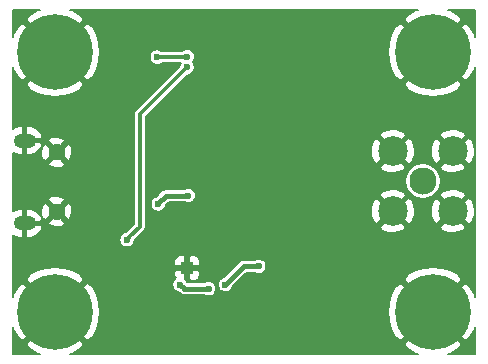
<source format=gbl>
G04 #@! TF.GenerationSoftware,KiCad,Pcbnew,(5.0.0)*
G04 #@! TF.CreationDate,2019-01-10T03:07:59-03:00*
G04 #@! TF.ProjectId,EstacionTerrena,4573746163696F6E54657272656E612E,rev?*
G04 #@! TF.SameCoordinates,Original*
G04 #@! TF.FileFunction,Copper,L2,Bot,Signal*
G04 #@! TF.FilePolarity,Positive*
%FSLAX46Y46*%
G04 Gerber Fmt 4.6, Leading zero omitted, Abs format (unit mm)*
G04 Created by KiCad (PCBNEW (5.0.0)) date 01/10/19 03:07:59*
%MOMM*%
%LPD*%
G01*
G04 APERTURE LIST*
G04 #@! TA.AperFunction,ComponentPad*
%ADD10C,6.400000*%
G04 #@! TD*
G04 #@! TA.AperFunction,ComponentPad*
%ADD11C,1.450000*%
G04 #@! TD*
G04 #@! TA.AperFunction,ComponentPad*
%ADD12O,1.900000X1.200000*%
G04 #@! TD*
G04 #@! TA.AperFunction,ComponentPad*
%ADD13C,2.300000*%
G04 #@! TD*
G04 #@! TA.AperFunction,ComponentPad*
%ADD14C,2.500000*%
G04 #@! TD*
G04 #@! TA.AperFunction,ComponentPad*
%ADD15R,1.000000X1.000000*%
G04 #@! TD*
G04 #@! TA.AperFunction,ViaPad*
%ADD16C,0.600000*%
G04 #@! TD*
G04 #@! TA.AperFunction,Conductor*
%ADD17C,0.400000*%
G04 #@! TD*
G04 #@! TA.AperFunction,Conductor*
%ADD18C,0.300000*%
G04 #@! TD*
G04 #@! TA.AperFunction,Conductor*
%ADD19C,0.200000*%
G04 #@! TD*
G04 APERTURE END LIST*
D10*
G04 #@! TO.P,H2,1*
G04 #@! TO.N,GND*
X36000000Y-26000000D03*
G04 #@! TD*
G04 #@! TO.P,H3,1*
G04 #@! TO.N,GND*
X36000000Y-4000000D03*
G04 #@! TD*
G04 #@! TO.P,H4,1*
G04 #@! TO.N,GND*
X4000000Y-26000000D03*
G04 #@! TD*
G04 #@! TO.P,H1,1*
G04 #@! TO.N,GND*
X4000000Y-4000000D03*
G04 #@! TD*
D11*
G04 #@! TO.P,J2,6*
G04 #@! TO.N,GND*
X4129500Y-12500000D03*
X4129500Y-17500000D03*
D12*
X1429500Y-11500000D03*
X1429500Y-18500000D03*
G04 #@! TD*
D13*
G04 #@! TO.P,J1,1*
G04 #@! TO.N,/CC1101/ANT*
X35139600Y-14928200D03*
D14*
G04 #@! TO.P,J1,2*
G04 #@! TO.N,GND*
X37679600Y-17468200D03*
G04 #@! TO.P,J1,3*
X37679600Y-12388200D03*
G04 #@! TO.P,J1,4*
X32599600Y-12388200D03*
G04 #@! TO.P,J1,5*
X32599600Y-17468200D03*
G04 #@! TD*
D15*
G04 #@! TO.P,TP6,1*
G04 #@! TO.N,GND*
X15186000Y-22293000D03*
G04 #@! TD*
D16*
G04 #@! TO.N,+3V3*
X15276800Y-16147400D03*
X12736800Y-16858600D03*
X21251200Y-22141800D03*
X17004000Y-24043010D03*
X14586000Y-23693000D03*
X18426400Y-23693010D03*
G04 #@! TO.N,GND*
X17969200Y-20109800D03*
X17105600Y-19246200D03*
X18832800Y-19246200D03*
X18832800Y-20973400D03*
X17105600Y-20973400D03*
X23123100Y-2482200D03*
X23123100Y-3419700D03*
X29932600Y-4895200D03*
X9333200Y-14826600D03*
X23455600Y-6647800D03*
X25208100Y-6597000D03*
X5878800Y-16299800D03*
X1429500Y-9695800D03*
X14870400Y-25189800D03*
X20001200Y-23259400D03*
X16902400Y-25139000D03*
X15937200Y-8171800D03*
X19899600Y-13912200D03*
X23709600Y-17976200D03*
X23709600Y-22446600D03*
X23709600Y-20363800D03*
X10247600Y-10915000D03*
X19036000Y-29203000D03*
X21017200Y-29203000D03*
X30161200Y-21786200D03*
X29196000Y-15741000D03*
X5421600Y-21430600D03*
X11586010Y-21227400D03*
X23100000Y-24681800D03*
X21372800Y-14318600D03*
G04 #@! TO.N,/USBaSPI/CS*
X10086000Y-19893000D03*
X15164800Y-5293000D03*
G04 #@! TO.N,/USBaSPI/GP1*
X15186000Y-4393000D03*
X12648380Y-4430620D03*
G04 #@! TD*
D17*
G04 #@! TO.N,+3V3*
X15276800Y-16147400D02*
X13397200Y-16147400D01*
X13397200Y-16147400D02*
X12736800Y-16807800D01*
X17004000Y-24043010D02*
X14936010Y-24043010D01*
X14885999Y-23992999D02*
X14586000Y-23693000D01*
X14936010Y-24043010D02*
X14885999Y-23992999D01*
X19977610Y-22141800D02*
X18726399Y-23393011D01*
X21251200Y-22141800D02*
X19977610Y-22141800D01*
X18726399Y-23393011D02*
X18426400Y-23693010D01*
D18*
G04 #@! TO.N,/USBaSPI/CS*
X10385999Y-19593001D02*
X10086000Y-19893000D01*
X11186000Y-18793000D02*
X10385999Y-19593001D01*
X15164800Y-5293000D02*
X11186000Y-9271800D01*
X11186000Y-9271800D02*
X11186000Y-18793000D01*
G04 #@! TO.N,/USBaSPI/GP1*
X15186000Y-4393000D02*
X12686000Y-4393000D01*
X12686000Y-4393000D02*
X12648380Y-4430620D01*
G04 #@! TD*
D19*
G04 #@! TO.N,GND*
G36*
X2538682Y-472305D02*
X1878694Y-825076D01*
X1514294Y-1302162D01*
X4000000Y-3787868D01*
X6485706Y-1302162D01*
X6121306Y-825076D01*
X5461149Y-472235D01*
X5305423Y-425000D01*
X34694612Y-425000D01*
X34538682Y-472305D01*
X33878694Y-825076D01*
X33514294Y-1302162D01*
X36000000Y-3787868D01*
X38485706Y-1302162D01*
X38121306Y-825076D01*
X37461149Y-472235D01*
X37305423Y-425000D01*
X39575001Y-425000D01*
X39575001Y-2694615D01*
X39527695Y-2538682D01*
X39174924Y-1878694D01*
X38697838Y-1514294D01*
X36212132Y-4000000D01*
X38697838Y-6485706D01*
X39174924Y-6121306D01*
X39527765Y-5461149D01*
X39575001Y-5305420D01*
X39575000Y-24694613D01*
X39527695Y-24538682D01*
X39174924Y-23878694D01*
X38697838Y-23514294D01*
X36212132Y-26000000D01*
X38697838Y-28485706D01*
X39174924Y-28121306D01*
X39527765Y-27461149D01*
X39575000Y-27305422D01*
X39575000Y-29575000D01*
X37305388Y-29575000D01*
X37461318Y-29527695D01*
X38121306Y-29174924D01*
X38485706Y-28697838D01*
X36000000Y-26212132D01*
X33514294Y-28697838D01*
X33878694Y-29174924D01*
X34538851Y-29527765D01*
X34694577Y-29575000D01*
X5305388Y-29575000D01*
X5461318Y-29527695D01*
X6121306Y-29174924D01*
X6485706Y-28697838D01*
X4000000Y-26212132D01*
X1514294Y-28697838D01*
X1878694Y-29174924D01*
X2538851Y-29527765D01*
X2694577Y-29575000D01*
X425000Y-29575000D01*
X425000Y-27305388D01*
X472305Y-27461318D01*
X825076Y-28121306D01*
X1302162Y-28485706D01*
X3787868Y-26000000D01*
X4212132Y-26000000D01*
X6697838Y-28485706D01*
X7174924Y-28121306D01*
X7527765Y-27461149D01*
X7745036Y-26744841D01*
X7818369Y-26000091D01*
X32181613Y-26000091D01*
X32255000Y-26745020D01*
X32472305Y-27461318D01*
X32825076Y-28121306D01*
X33302162Y-28485706D01*
X35787868Y-26000000D01*
X33302162Y-23514294D01*
X32825076Y-23878694D01*
X32472235Y-24538851D01*
X32254964Y-25255159D01*
X32181613Y-26000091D01*
X7818369Y-26000091D01*
X7818387Y-25999909D01*
X7745000Y-25254980D01*
X7527695Y-24538682D01*
X7174924Y-23878694D01*
X6847991Y-23628981D01*
X13936000Y-23628981D01*
X13936000Y-23757019D01*
X13960979Y-23882598D01*
X14009978Y-24000890D01*
X14081112Y-24107351D01*
X14171649Y-24197888D01*
X14278110Y-24269022D01*
X14396402Y-24318021D01*
X14442343Y-24327159D01*
X14477982Y-24362798D01*
X14477986Y-24362803D01*
X14527997Y-24412814D01*
X14545220Y-24433800D01*
X14628968Y-24502531D01*
X14724516Y-24553602D01*
X14828191Y-24585052D01*
X14908992Y-24593010D01*
X14909001Y-24593010D01*
X14936009Y-24595670D01*
X14963017Y-24593010D01*
X16657165Y-24593010D01*
X16696110Y-24619032D01*
X16814402Y-24668031D01*
X16939981Y-24693010D01*
X17068019Y-24693010D01*
X17193598Y-24668031D01*
X17311890Y-24619032D01*
X17418351Y-24547898D01*
X17508888Y-24457361D01*
X17580022Y-24350900D01*
X17629021Y-24232608D01*
X17654000Y-24107029D01*
X17654000Y-23978991D01*
X17629021Y-23853412D01*
X17580022Y-23735120D01*
X17509110Y-23628991D01*
X17776400Y-23628991D01*
X17776400Y-23757029D01*
X17801379Y-23882608D01*
X17850378Y-24000900D01*
X17921512Y-24107361D01*
X18012049Y-24197898D01*
X18118510Y-24269032D01*
X18236802Y-24318031D01*
X18362381Y-24343010D01*
X18490419Y-24343010D01*
X18615998Y-24318031D01*
X18734290Y-24269032D01*
X18840751Y-24197898D01*
X18931288Y-24107361D01*
X19002422Y-24000900D01*
X19051421Y-23882608D01*
X19060559Y-23836667D01*
X19096198Y-23801028D01*
X19096203Y-23801024D01*
X19595065Y-23302162D01*
X33514294Y-23302162D01*
X36000000Y-25787868D01*
X38485706Y-23302162D01*
X38121306Y-22825076D01*
X37461149Y-22472235D01*
X36744841Y-22254964D01*
X35999909Y-22181613D01*
X35254980Y-22255000D01*
X34538682Y-22472305D01*
X33878694Y-22825076D01*
X33514294Y-23302162D01*
X19595065Y-23302162D01*
X20205427Y-22691800D01*
X20904365Y-22691800D01*
X20943310Y-22717822D01*
X21061602Y-22766821D01*
X21187181Y-22791800D01*
X21315219Y-22791800D01*
X21440798Y-22766821D01*
X21559090Y-22717822D01*
X21665551Y-22646688D01*
X21756088Y-22556151D01*
X21827222Y-22449690D01*
X21876221Y-22331398D01*
X21901200Y-22205819D01*
X21901200Y-22077781D01*
X21876221Y-21952202D01*
X21827222Y-21833910D01*
X21756088Y-21727449D01*
X21665551Y-21636912D01*
X21559090Y-21565778D01*
X21440798Y-21516779D01*
X21315219Y-21491800D01*
X21187181Y-21491800D01*
X21061602Y-21516779D01*
X20943310Y-21565778D01*
X20904365Y-21591800D01*
X20004621Y-21591800D01*
X19977610Y-21589140D01*
X19950599Y-21591800D01*
X19950592Y-21591800D01*
X19869791Y-21599758D01*
X19766116Y-21631208D01*
X19670568Y-21682279D01*
X19586820Y-21751010D01*
X19569597Y-21771996D01*
X18318386Y-23023207D01*
X18318382Y-23023212D01*
X18282743Y-23058851D01*
X18236802Y-23067989D01*
X18118510Y-23116988D01*
X18012049Y-23188122D01*
X17921512Y-23278659D01*
X17850378Y-23385120D01*
X17801379Y-23503412D01*
X17776400Y-23628991D01*
X17509110Y-23628991D01*
X17508888Y-23628659D01*
X17418351Y-23538122D01*
X17311890Y-23466988D01*
X17193598Y-23417989D01*
X17068019Y-23393010D01*
X16939981Y-23393010D01*
X16814402Y-23417989D01*
X16696110Y-23466988D01*
X16657165Y-23493010D01*
X15206716Y-23493010D01*
X15162022Y-23385110D01*
X15090888Y-23278649D01*
X15036000Y-23223761D01*
X15036000Y-22443000D01*
X15336000Y-22443000D01*
X15336000Y-23243000D01*
X15486000Y-23393000D01*
X15745095Y-23393000D01*
X15861014Y-23369942D01*
X15970207Y-23324713D01*
X16068478Y-23259050D01*
X16152051Y-23175478D01*
X16217713Y-23077206D01*
X16262942Y-22968013D01*
X16286000Y-22852095D01*
X16286000Y-22593000D01*
X16136000Y-22443000D01*
X15336000Y-22443000D01*
X15036000Y-22443000D01*
X14236000Y-22443000D01*
X14086000Y-22593000D01*
X14086000Y-22852095D01*
X14109058Y-22968013D01*
X14154287Y-23077206D01*
X14210877Y-23161901D01*
X14171649Y-23188112D01*
X14081112Y-23278649D01*
X14009978Y-23385110D01*
X13960979Y-23503402D01*
X13936000Y-23628981D01*
X6847991Y-23628981D01*
X6697838Y-23514294D01*
X4212132Y-26000000D01*
X3787868Y-26000000D01*
X1302162Y-23514294D01*
X825076Y-23878694D01*
X472235Y-24538851D01*
X425000Y-24694577D01*
X425000Y-23302162D01*
X1514294Y-23302162D01*
X4000000Y-25787868D01*
X6485706Y-23302162D01*
X6121306Y-22825076D01*
X5461149Y-22472235D01*
X4744841Y-22254964D01*
X3999909Y-22181613D01*
X3254980Y-22255000D01*
X2538682Y-22472305D01*
X1878694Y-22825076D01*
X1514294Y-23302162D01*
X425000Y-23302162D01*
X425000Y-21733905D01*
X14086000Y-21733905D01*
X14086000Y-21993000D01*
X14236000Y-22143000D01*
X15036000Y-22143000D01*
X15036000Y-21343000D01*
X15336000Y-21343000D01*
X15336000Y-22143000D01*
X16136000Y-22143000D01*
X16286000Y-21993000D01*
X16286000Y-21733905D01*
X16262942Y-21617987D01*
X16217713Y-21508794D01*
X16152051Y-21410522D01*
X16068478Y-21326950D01*
X15970207Y-21261287D01*
X15861014Y-21216058D01*
X15745095Y-21193000D01*
X15486000Y-21193000D01*
X15336000Y-21343000D01*
X15036000Y-21343000D01*
X14886000Y-21193000D01*
X14626905Y-21193000D01*
X14510986Y-21216058D01*
X14401793Y-21261287D01*
X14303522Y-21326950D01*
X14219949Y-21410522D01*
X14154287Y-21508794D01*
X14109058Y-21617987D01*
X14086000Y-21733905D01*
X425000Y-21733905D01*
X425000Y-19828981D01*
X9436000Y-19828981D01*
X9436000Y-19957019D01*
X9460979Y-20082598D01*
X9509978Y-20200890D01*
X9581112Y-20307351D01*
X9671649Y-20397888D01*
X9778110Y-20469022D01*
X9896402Y-20518021D01*
X10021981Y-20543000D01*
X10150019Y-20543000D01*
X10275598Y-20518021D01*
X10393890Y-20469022D01*
X10500351Y-20397888D01*
X10590888Y-20307351D01*
X10662022Y-20200890D01*
X10711021Y-20082598D01*
X10736000Y-19957019D01*
X10736000Y-19950106D01*
X10756919Y-19929187D01*
X10756923Y-19929182D01*
X11522187Y-19163920D01*
X11541264Y-19148264D01*
X11603746Y-19072129D01*
X11650175Y-18985267D01*
X11678765Y-18891017D01*
X11686000Y-18817560D01*
X11686000Y-18817551D01*
X11688418Y-18793001D01*
X11686942Y-18778013D01*
X31501919Y-18778013D01*
X31631852Y-19055387D01*
X31960091Y-19213687D01*
X32312907Y-19304911D01*
X32676740Y-19325550D01*
X33037610Y-19274812D01*
X33381646Y-19154647D01*
X33567348Y-19055387D01*
X33697281Y-18778013D01*
X36581919Y-18778013D01*
X36711852Y-19055387D01*
X37040091Y-19213687D01*
X37392907Y-19304911D01*
X37756740Y-19325550D01*
X38117610Y-19274812D01*
X38461646Y-19154647D01*
X38647348Y-19055387D01*
X38777281Y-18778013D01*
X37679600Y-17680332D01*
X36581919Y-18778013D01*
X33697281Y-18778013D01*
X32599600Y-17680332D01*
X31501919Y-18778013D01*
X11686942Y-18778013D01*
X11686000Y-18768451D01*
X11686000Y-17545340D01*
X30742250Y-17545340D01*
X30792988Y-17906210D01*
X30913153Y-18250246D01*
X31012413Y-18435948D01*
X31289787Y-18565881D01*
X32387468Y-17468200D01*
X32811732Y-17468200D01*
X33909413Y-18565881D01*
X34186787Y-18435948D01*
X34345087Y-18107709D01*
X34436311Y-17754893D01*
X34448198Y-17545340D01*
X35822250Y-17545340D01*
X35872988Y-17906210D01*
X35993153Y-18250246D01*
X36092413Y-18435948D01*
X36369787Y-18565881D01*
X37467468Y-17468200D01*
X37891732Y-17468200D01*
X38989413Y-18565881D01*
X39266787Y-18435948D01*
X39425087Y-18107709D01*
X39516311Y-17754893D01*
X39536950Y-17391060D01*
X39486212Y-17030190D01*
X39366047Y-16686154D01*
X39266787Y-16500452D01*
X38989413Y-16370519D01*
X37891732Y-17468200D01*
X37467468Y-17468200D01*
X36369787Y-16370519D01*
X36092413Y-16500452D01*
X35934113Y-16828691D01*
X35842889Y-17181507D01*
X35822250Y-17545340D01*
X34448198Y-17545340D01*
X34456950Y-17391060D01*
X34406212Y-17030190D01*
X34286047Y-16686154D01*
X34186787Y-16500452D01*
X33909413Y-16370519D01*
X32811732Y-17468200D01*
X32387468Y-17468200D01*
X31289787Y-16370519D01*
X31012413Y-16500452D01*
X30854113Y-16828691D01*
X30762889Y-17181507D01*
X30742250Y-17545340D01*
X11686000Y-17545340D01*
X11686000Y-16794581D01*
X12086800Y-16794581D01*
X12086800Y-16922619D01*
X12111779Y-17048198D01*
X12160778Y-17166490D01*
X12231912Y-17272951D01*
X12322449Y-17363488D01*
X12428910Y-17434622D01*
X12547202Y-17483621D01*
X12672781Y-17508600D01*
X12800819Y-17508600D01*
X12926398Y-17483621D01*
X13044690Y-17434622D01*
X13151151Y-17363488D01*
X13241688Y-17272951D01*
X13312822Y-17166490D01*
X13361821Y-17048198D01*
X13383573Y-16938844D01*
X13625017Y-16697400D01*
X14929965Y-16697400D01*
X14968910Y-16723422D01*
X15087202Y-16772421D01*
X15212781Y-16797400D01*
X15340819Y-16797400D01*
X15466398Y-16772421D01*
X15584690Y-16723422D01*
X15691151Y-16652288D01*
X15781688Y-16561751D01*
X15852822Y-16455290D01*
X15901821Y-16336998D01*
X15926800Y-16211419D01*
X15926800Y-16158387D01*
X31501919Y-16158387D01*
X32599600Y-17256068D01*
X33697281Y-16158387D01*
X33567348Y-15881013D01*
X33239109Y-15722713D01*
X32886293Y-15631489D01*
X32522460Y-15610850D01*
X32161590Y-15661588D01*
X31817554Y-15781753D01*
X31631852Y-15881013D01*
X31501919Y-16158387D01*
X15926800Y-16158387D01*
X15926800Y-16083381D01*
X15901821Y-15957802D01*
X15852822Y-15839510D01*
X15781688Y-15733049D01*
X15691151Y-15642512D01*
X15584690Y-15571378D01*
X15466398Y-15522379D01*
X15340819Y-15497400D01*
X15212781Y-15497400D01*
X15087202Y-15522379D01*
X14968910Y-15571378D01*
X14929965Y-15597400D01*
X13424211Y-15597400D01*
X13397200Y-15594740D01*
X13370189Y-15597400D01*
X13370182Y-15597400D01*
X13289381Y-15605358D01*
X13185706Y-15636808D01*
X13090158Y-15687879D01*
X13006410Y-15756610D01*
X12989187Y-15777596D01*
X12523306Y-16243477D01*
X12428910Y-16282578D01*
X12322449Y-16353712D01*
X12231912Y-16444249D01*
X12160778Y-16550710D01*
X12111779Y-16669002D01*
X12086800Y-16794581D01*
X11686000Y-16794581D01*
X11686000Y-14780463D01*
X33639600Y-14780463D01*
X33639600Y-15075937D01*
X33697244Y-15365734D01*
X33810317Y-15638717D01*
X33974474Y-15884394D01*
X34183406Y-16093326D01*
X34429083Y-16257483D01*
X34702066Y-16370556D01*
X34991863Y-16428200D01*
X35287337Y-16428200D01*
X35577134Y-16370556D01*
X35850117Y-16257483D01*
X35998423Y-16158387D01*
X36581919Y-16158387D01*
X37679600Y-17256068D01*
X38777281Y-16158387D01*
X38647348Y-15881013D01*
X38319109Y-15722713D01*
X37966293Y-15631489D01*
X37602460Y-15610850D01*
X37241590Y-15661588D01*
X36897554Y-15781753D01*
X36711852Y-15881013D01*
X36581919Y-16158387D01*
X35998423Y-16158387D01*
X36095794Y-16093326D01*
X36304726Y-15884394D01*
X36468883Y-15638717D01*
X36581956Y-15365734D01*
X36639600Y-15075937D01*
X36639600Y-14780463D01*
X36581956Y-14490666D01*
X36468883Y-14217683D01*
X36304726Y-13972006D01*
X36095794Y-13763074D01*
X35998424Y-13698013D01*
X36581919Y-13698013D01*
X36711852Y-13975387D01*
X37040091Y-14133687D01*
X37392907Y-14224911D01*
X37756740Y-14245550D01*
X38117610Y-14194812D01*
X38461646Y-14074647D01*
X38647348Y-13975387D01*
X38777281Y-13698013D01*
X37679600Y-12600332D01*
X36581919Y-13698013D01*
X35998424Y-13698013D01*
X35850117Y-13598917D01*
X35577134Y-13485844D01*
X35287337Y-13428200D01*
X34991863Y-13428200D01*
X34702066Y-13485844D01*
X34429083Y-13598917D01*
X34183406Y-13763074D01*
X33974474Y-13972006D01*
X33810317Y-14217683D01*
X33697244Y-14490666D01*
X33639600Y-14780463D01*
X11686000Y-14780463D01*
X11686000Y-13698013D01*
X31501919Y-13698013D01*
X31631852Y-13975387D01*
X31960091Y-14133687D01*
X32312907Y-14224911D01*
X32676740Y-14245550D01*
X33037610Y-14194812D01*
X33381646Y-14074647D01*
X33567348Y-13975387D01*
X33697281Y-13698013D01*
X32599600Y-12600332D01*
X31501919Y-13698013D01*
X11686000Y-13698013D01*
X11686000Y-12465340D01*
X30742250Y-12465340D01*
X30792988Y-12826210D01*
X30913153Y-13170246D01*
X31012413Y-13355948D01*
X31289787Y-13485881D01*
X32387468Y-12388200D01*
X32811732Y-12388200D01*
X33909413Y-13485881D01*
X34186787Y-13355948D01*
X34345087Y-13027709D01*
X34436311Y-12674893D01*
X34448198Y-12465340D01*
X35822250Y-12465340D01*
X35872988Y-12826210D01*
X35993153Y-13170246D01*
X36092413Y-13355948D01*
X36369787Y-13485881D01*
X37467468Y-12388200D01*
X37891732Y-12388200D01*
X38989413Y-13485881D01*
X39266787Y-13355948D01*
X39425087Y-13027709D01*
X39516311Y-12674893D01*
X39536950Y-12311060D01*
X39486212Y-11950190D01*
X39366047Y-11606154D01*
X39266787Y-11420452D01*
X38989413Y-11290519D01*
X37891732Y-12388200D01*
X37467468Y-12388200D01*
X36369787Y-11290519D01*
X36092413Y-11420452D01*
X35934113Y-11748691D01*
X35842889Y-12101507D01*
X35822250Y-12465340D01*
X34448198Y-12465340D01*
X34456950Y-12311060D01*
X34406212Y-11950190D01*
X34286047Y-11606154D01*
X34186787Y-11420452D01*
X33909413Y-11290519D01*
X32811732Y-12388200D01*
X32387468Y-12388200D01*
X31289787Y-11290519D01*
X31012413Y-11420452D01*
X30854113Y-11748691D01*
X30762889Y-12101507D01*
X30742250Y-12465340D01*
X11686000Y-12465340D01*
X11686000Y-11078387D01*
X31501919Y-11078387D01*
X32599600Y-12176068D01*
X33697281Y-11078387D01*
X36581919Y-11078387D01*
X37679600Y-12176068D01*
X38777281Y-11078387D01*
X38647348Y-10801013D01*
X38319109Y-10642713D01*
X37966293Y-10551489D01*
X37602460Y-10530850D01*
X37241590Y-10581588D01*
X36897554Y-10701753D01*
X36711852Y-10801013D01*
X36581919Y-11078387D01*
X33697281Y-11078387D01*
X33567348Y-10801013D01*
X33239109Y-10642713D01*
X32886293Y-10551489D01*
X32522460Y-10530850D01*
X32161590Y-10581588D01*
X31817554Y-10701753D01*
X31631852Y-10801013D01*
X31501919Y-11078387D01*
X11686000Y-11078387D01*
X11686000Y-9478905D01*
X14467067Y-6697838D01*
X33514294Y-6697838D01*
X33878694Y-7174924D01*
X34538851Y-7527765D01*
X35255159Y-7745036D01*
X36000091Y-7818387D01*
X36745020Y-7745000D01*
X37461318Y-7527695D01*
X38121306Y-7174924D01*
X38485706Y-6697838D01*
X36000000Y-4212132D01*
X33514294Y-6697838D01*
X14467067Y-6697838D01*
X15221906Y-5943000D01*
X15228819Y-5943000D01*
X15354398Y-5918021D01*
X15472690Y-5869022D01*
X15579151Y-5797888D01*
X15669688Y-5707351D01*
X15740822Y-5600890D01*
X15789821Y-5482598D01*
X15814800Y-5357019D01*
X15814800Y-5228981D01*
X15789821Y-5103402D01*
X15740822Y-4985110D01*
X15669688Y-4878649D01*
X15644639Y-4853600D01*
X15690888Y-4807351D01*
X15762022Y-4700890D01*
X15811021Y-4582598D01*
X15836000Y-4457019D01*
X15836000Y-4328981D01*
X15811021Y-4203402D01*
X15762022Y-4085110D01*
X15705215Y-4000091D01*
X32181613Y-4000091D01*
X32255000Y-4745020D01*
X32472305Y-5461318D01*
X32825076Y-6121306D01*
X33302162Y-6485706D01*
X35787868Y-4000000D01*
X33302162Y-1514294D01*
X32825076Y-1878694D01*
X32472235Y-2538851D01*
X32254964Y-3255159D01*
X32181613Y-4000091D01*
X15705215Y-4000091D01*
X15690888Y-3978649D01*
X15600351Y-3888112D01*
X15493890Y-3816978D01*
X15375598Y-3767979D01*
X15250019Y-3743000D01*
X15121981Y-3743000D01*
X14996402Y-3767979D01*
X14878110Y-3816978D01*
X14771649Y-3888112D01*
X14766761Y-3893000D01*
X13013743Y-3893000D01*
X12956270Y-3854598D01*
X12837978Y-3805599D01*
X12712399Y-3780620D01*
X12584361Y-3780620D01*
X12458782Y-3805599D01*
X12340490Y-3854598D01*
X12234029Y-3925732D01*
X12143492Y-4016269D01*
X12072358Y-4122730D01*
X12023359Y-4241022D01*
X11998380Y-4366601D01*
X11998380Y-4494639D01*
X12023359Y-4620218D01*
X12072358Y-4738510D01*
X12143492Y-4844971D01*
X12234029Y-4935508D01*
X12340490Y-5006642D01*
X12458782Y-5055641D01*
X12584361Y-5080620D01*
X12712399Y-5080620D01*
X12837978Y-5055641D01*
X12956270Y-5006642D01*
X13062731Y-4935508D01*
X13105239Y-4893000D01*
X14650323Y-4893000D01*
X14588778Y-4985110D01*
X14539779Y-5103402D01*
X14514800Y-5228981D01*
X14514800Y-5235894D01*
X10849824Y-8900871D01*
X10830736Y-8916536D01*
X10768254Y-8992671D01*
X10721825Y-9079534D01*
X10701908Y-9145193D01*
X10693235Y-9173783D01*
X10683581Y-9271800D01*
X10686000Y-9296360D01*
X10686001Y-18585892D01*
X10049818Y-19222077D01*
X10049813Y-19222081D01*
X10028894Y-19243000D01*
X10021981Y-19243000D01*
X9896402Y-19267979D01*
X9778110Y-19316978D01*
X9671649Y-19388112D01*
X9581112Y-19478649D01*
X9509978Y-19585110D01*
X9460979Y-19703402D01*
X9436000Y-19828981D01*
X425000Y-19828981D01*
X425000Y-19511183D01*
X481698Y-19551253D01*
X698274Y-19647679D01*
X929500Y-19700000D01*
X1279500Y-19700000D01*
X1279500Y-18650000D01*
X1579500Y-18650000D01*
X1579500Y-19700000D01*
X1929500Y-19700000D01*
X2160726Y-19647679D01*
X2377302Y-19551253D01*
X2570905Y-19414428D01*
X2734094Y-19242462D01*
X2860599Y-19041964D01*
X2931965Y-18834402D01*
X2818730Y-18650000D01*
X1579500Y-18650000D01*
X1279500Y-18650000D01*
X1259500Y-18650000D01*
X1259500Y-18434689D01*
X3406943Y-18434689D01*
X3473252Y-18658444D01*
X3711863Y-18764212D01*
X3966523Y-18821397D01*
X4227447Y-18827802D01*
X4484607Y-18783180D01*
X4728120Y-18689246D01*
X4785748Y-18658444D01*
X4852057Y-18434689D01*
X4129500Y-17712132D01*
X3406943Y-18434689D01*
X1259500Y-18434689D01*
X1259500Y-18350000D01*
X1279500Y-18350000D01*
X1279500Y-17300000D01*
X1579500Y-17300000D01*
X1579500Y-18350000D01*
X2818730Y-18350000D01*
X2931965Y-18165598D01*
X2860599Y-17958036D01*
X2734094Y-17757538D01*
X2582649Y-17597947D01*
X2801698Y-17597947D01*
X2846320Y-17855107D01*
X2940254Y-18098620D01*
X2971056Y-18156248D01*
X3194811Y-18222557D01*
X3917368Y-17500000D01*
X4341632Y-17500000D01*
X5064189Y-18222557D01*
X5287944Y-18156248D01*
X5393712Y-17917637D01*
X5450897Y-17662977D01*
X5457302Y-17402053D01*
X5412680Y-17144893D01*
X5318746Y-16901380D01*
X5287944Y-16843752D01*
X5064189Y-16777443D01*
X4341632Y-17500000D01*
X3917368Y-17500000D01*
X3194811Y-16777443D01*
X2971056Y-16843752D01*
X2865288Y-17082363D01*
X2808103Y-17337023D01*
X2801698Y-17597947D01*
X2582649Y-17597947D01*
X2570905Y-17585572D01*
X2377302Y-17448747D01*
X2160726Y-17352321D01*
X1929500Y-17300000D01*
X1579500Y-17300000D01*
X1279500Y-17300000D01*
X929500Y-17300000D01*
X698274Y-17352321D01*
X481698Y-17448747D01*
X425000Y-17488817D01*
X425000Y-16565311D01*
X3406943Y-16565311D01*
X4129500Y-17287868D01*
X4852057Y-16565311D01*
X4785748Y-16341556D01*
X4547137Y-16235788D01*
X4292477Y-16178603D01*
X4031553Y-16172198D01*
X3774393Y-16216820D01*
X3530880Y-16310754D01*
X3473252Y-16341556D01*
X3406943Y-16565311D01*
X425000Y-16565311D01*
X425000Y-13434689D01*
X3406943Y-13434689D01*
X3473252Y-13658444D01*
X3711863Y-13764212D01*
X3966523Y-13821397D01*
X4227447Y-13827802D01*
X4484607Y-13783180D01*
X4728120Y-13689246D01*
X4785748Y-13658444D01*
X4852057Y-13434689D01*
X4129500Y-12712132D01*
X3406943Y-13434689D01*
X425000Y-13434689D01*
X425000Y-12511183D01*
X481698Y-12551253D01*
X698274Y-12647679D01*
X929500Y-12700000D01*
X1279500Y-12700000D01*
X1279500Y-11650000D01*
X1579500Y-11650000D01*
X1579500Y-12700000D01*
X1929500Y-12700000D01*
X2160726Y-12647679D01*
X2272425Y-12597947D01*
X2801698Y-12597947D01*
X2846320Y-12855107D01*
X2940254Y-13098620D01*
X2971056Y-13156248D01*
X3194811Y-13222557D01*
X3917368Y-12500000D01*
X4341632Y-12500000D01*
X5064189Y-13222557D01*
X5287944Y-13156248D01*
X5393712Y-12917637D01*
X5450897Y-12662977D01*
X5457302Y-12402053D01*
X5412680Y-12144893D01*
X5318746Y-11901380D01*
X5287944Y-11843752D01*
X5064189Y-11777443D01*
X4341632Y-12500000D01*
X3917368Y-12500000D01*
X3194811Y-11777443D01*
X2971056Y-11843752D01*
X2865288Y-12082363D01*
X2808103Y-12337023D01*
X2801698Y-12597947D01*
X2272425Y-12597947D01*
X2377302Y-12551253D01*
X2570905Y-12414428D01*
X2734094Y-12242462D01*
X2860599Y-12041964D01*
X2931965Y-11834402D01*
X2818730Y-11650000D01*
X1579500Y-11650000D01*
X1279500Y-11650000D01*
X1259500Y-11650000D01*
X1259500Y-11565311D01*
X3406943Y-11565311D01*
X4129500Y-12287868D01*
X4852057Y-11565311D01*
X4785748Y-11341556D01*
X4547137Y-11235788D01*
X4292477Y-11178603D01*
X4031553Y-11172198D01*
X3774393Y-11216820D01*
X3530880Y-11310754D01*
X3473252Y-11341556D01*
X3406943Y-11565311D01*
X1259500Y-11565311D01*
X1259500Y-11350000D01*
X1279500Y-11350000D01*
X1279500Y-10300000D01*
X1579500Y-10300000D01*
X1579500Y-11350000D01*
X2818730Y-11350000D01*
X2931965Y-11165598D01*
X2860599Y-10958036D01*
X2734094Y-10757538D01*
X2570905Y-10585572D01*
X2377302Y-10448747D01*
X2160726Y-10352321D01*
X1929500Y-10300000D01*
X1579500Y-10300000D01*
X1279500Y-10300000D01*
X929500Y-10300000D01*
X698274Y-10352321D01*
X481698Y-10448747D01*
X425000Y-10488817D01*
X425000Y-6697838D01*
X1514294Y-6697838D01*
X1878694Y-7174924D01*
X2538851Y-7527765D01*
X3255159Y-7745036D01*
X4000091Y-7818387D01*
X4745020Y-7745000D01*
X5461318Y-7527695D01*
X6121306Y-7174924D01*
X6485706Y-6697838D01*
X4000000Y-4212132D01*
X1514294Y-6697838D01*
X425000Y-6697838D01*
X425000Y-5305388D01*
X472305Y-5461318D01*
X825076Y-6121306D01*
X1302162Y-6485706D01*
X3787868Y-4000000D01*
X4212132Y-4000000D01*
X6697838Y-6485706D01*
X7174924Y-6121306D01*
X7527765Y-5461149D01*
X7745036Y-4744841D01*
X7818387Y-3999909D01*
X7745000Y-3254980D01*
X7527695Y-2538682D01*
X7174924Y-1878694D01*
X6697838Y-1514294D01*
X4212132Y-4000000D01*
X3787868Y-4000000D01*
X1302162Y-1514294D01*
X825076Y-1878694D01*
X472235Y-2538851D01*
X425000Y-2694577D01*
X425000Y-425000D01*
X2694612Y-425000D01*
X2538682Y-472305D01*
X2538682Y-472305D01*
G37*
X2538682Y-472305D02*
X1878694Y-825076D01*
X1514294Y-1302162D01*
X4000000Y-3787868D01*
X6485706Y-1302162D01*
X6121306Y-825076D01*
X5461149Y-472235D01*
X5305423Y-425000D01*
X34694612Y-425000D01*
X34538682Y-472305D01*
X33878694Y-825076D01*
X33514294Y-1302162D01*
X36000000Y-3787868D01*
X38485706Y-1302162D01*
X38121306Y-825076D01*
X37461149Y-472235D01*
X37305423Y-425000D01*
X39575001Y-425000D01*
X39575001Y-2694615D01*
X39527695Y-2538682D01*
X39174924Y-1878694D01*
X38697838Y-1514294D01*
X36212132Y-4000000D01*
X38697838Y-6485706D01*
X39174924Y-6121306D01*
X39527765Y-5461149D01*
X39575001Y-5305420D01*
X39575000Y-24694613D01*
X39527695Y-24538682D01*
X39174924Y-23878694D01*
X38697838Y-23514294D01*
X36212132Y-26000000D01*
X38697838Y-28485706D01*
X39174924Y-28121306D01*
X39527765Y-27461149D01*
X39575000Y-27305422D01*
X39575000Y-29575000D01*
X37305388Y-29575000D01*
X37461318Y-29527695D01*
X38121306Y-29174924D01*
X38485706Y-28697838D01*
X36000000Y-26212132D01*
X33514294Y-28697838D01*
X33878694Y-29174924D01*
X34538851Y-29527765D01*
X34694577Y-29575000D01*
X5305388Y-29575000D01*
X5461318Y-29527695D01*
X6121306Y-29174924D01*
X6485706Y-28697838D01*
X4000000Y-26212132D01*
X1514294Y-28697838D01*
X1878694Y-29174924D01*
X2538851Y-29527765D01*
X2694577Y-29575000D01*
X425000Y-29575000D01*
X425000Y-27305388D01*
X472305Y-27461318D01*
X825076Y-28121306D01*
X1302162Y-28485706D01*
X3787868Y-26000000D01*
X4212132Y-26000000D01*
X6697838Y-28485706D01*
X7174924Y-28121306D01*
X7527765Y-27461149D01*
X7745036Y-26744841D01*
X7818369Y-26000091D01*
X32181613Y-26000091D01*
X32255000Y-26745020D01*
X32472305Y-27461318D01*
X32825076Y-28121306D01*
X33302162Y-28485706D01*
X35787868Y-26000000D01*
X33302162Y-23514294D01*
X32825076Y-23878694D01*
X32472235Y-24538851D01*
X32254964Y-25255159D01*
X32181613Y-26000091D01*
X7818369Y-26000091D01*
X7818387Y-25999909D01*
X7745000Y-25254980D01*
X7527695Y-24538682D01*
X7174924Y-23878694D01*
X6847991Y-23628981D01*
X13936000Y-23628981D01*
X13936000Y-23757019D01*
X13960979Y-23882598D01*
X14009978Y-24000890D01*
X14081112Y-24107351D01*
X14171649Y-24197888D01*
X14278110Y-24269022D01*
X14396402Y-24318021D01*
X14442343Y-24327159D01*
X14477982Y-24362798D01*
X14477986Y-24362803D01*
X14527997Y-24412814D01*
X14545220Y-24433800D01*
X14628968Y-24502531D01*
X14724516Y-24553602D01*
X14828191Y-24585052D01*
X14908992Y-24593010D01*
X14909001Y-24593010D01*
X14936009Y-24595670D01*
X14963017Y-24593010D01*
X16657165Y-24593010D01*
X16696110Y-24619032D01*
X16814402Y-24668031D01*
X16939981Y-24693010D01*
X17068019Y-24693010D01*
X17193598Y-24668031D01*
X17311890Y-24619032D01*
X17418351Y-24547898D01*
X17508888Y-24457361D01*
X17580022Y-24350900D01*
X17629021Y-24232608D01*
X17654000Y-24107029D01*
X17654000Y-23978991D01*
X17629021Y-23853412D01*
X17580022Y-23735120D01*
X17509110Y-23628991D01*
X17776400Y-23628991D01*
X17776400Y-23757029D01*
X17801379Y-23882608D01*
X17850378Y-24000900D01*
X17921512Y-24107361D01*
X18012049Y-24197898D01*
X18118510Y-24269032D01*
X18236802Y-24318031D01*
X18362381Y-24343010D01*
X18490419Y-24343010D01*
X18615998Y-24318031D01*
X18734290Y-24269032D01*
X18840751Y-24197898D01*
X18931288Y-24107361D01*
X19002422Y-24000900D01*
X19051421Y-23882608D01*
X19060559Y-23836667D01*
X19096198Y-23801028D01*
X19096203Y-23801024D01*
X19595065Y-23302162D01*
X33514294Y-23302162D01*
X36000000Y-25787868D01*
X38485706Y-23302162D01*
X38121306Y-22825076D01*
X37461149Y-22472235D01*
X36744841Y-22254964D01*
X35999909Y-22181613D01*
X35254980Y-22255000D01*
X34538682Y-22472305D01*
X33878694Y-22825076D01*
X33514294Y-23302162D01*
X19595065Y-23302162D01*
X20205427Y-22691800D01*
X20904365Y-22691800D01*
X20943310Y-22717822D01*
X21061602Y-22766821D01*
X21187181Y-22791800D01*
X21315219Y-22791800D01*
X21440798Y-22766821D01*
X21559090Y-22717822D01*
X21665551Y-22646688D01*
X21756088Y-22556151D01*
X21827222Y-22449690D01*
X21876221Y-22331398D01*
X21901200Y-22205819D01*
X21901200Y-22077781D01*
X21876221Y-21952202D01*
X21827222Y-21833910D01*
X21756088Y-21727449D01*
X21665551Y-21636912D01*
X21559090Y-21565778D01*
X21440798Y-21516779D01*
X21315219Y-21491800D01*
X21187181Y-21491800D01*
X21061602Y-21516779D01*
X20943310Y-21565778D01*
X20904365Y-21591800D01*
X20004621Y-21591800D01*
X19977610Y-21589140D01*
X19950599Y-21591800D01*
X19950592Y-21591800D01*
X19869791Y-21599758D01*
X19766116Y-21631208D01*
X19670568Y-21682279D01*
X19586820Y-21751010D01*
X19569597Y-21771996D01*
X18318386Y-23023207D01*
X18318382Y-23023212D01*
X18282743Y-23058851D01*
X18236802Y-23067989D01*
X18118510Y-23116988D01*
X18012049Y-23188122D01*
X17921512Y-23278659D01*
X17850378Y-23385120D01*
X17801379Y-23503412D01*
X17776400Y-23628991D01*
X17509110Y-23628991D01*
X17508888Y-23628659D01*
X17418351Y-23538122D01*
X17311890Y-23466988D01*
X17193598Y-23417989D01*
X17068019Y-23393010D01*
X16939981Y-23393010D01*
X16814402Y-23417989D01*
X16696110Y-23466988D01*
X16657165Y-23493010D01*
X15206716Y-23493010D01*
X15162022Y-23385110D01*
X15090888Y-23278649D01*
X15036000Y-23223761D01*
X15036000Y-22443000D01*
X15336000Y-22443000D01*
X15336000Y-23243000D01*
X15486000Y-23393000D01*
X15745095Y-23393000D01*
X15861014Y-23369942D01*
X15970207Y-23324713D01*
X16068478Y-23259050D01*
X16152051Y-23175478D01*
X16217713Y-23077206D01*
X16262942Y-22968013D01*
X16286000Y-22852095D01*
X16286000Y-22593000D01*
X16136000Y-22443000D01*
X15336000Y-22443000D01*
X15036000Y-22443000D01*
X14236000Y-22443000D01*
X14086000Y-22593000D01*
X14086000Y-22852095D01*
X14109058Y-22968013D01*
X14154287Y-23077206D01*
X14210877Y-23161901D01*
X14171649Y-23188112D01*
X14081112Y-23278649D01*
X14009978Y-23385110D01*
X13960979Y-23503402D01*
X13936000Y-23628981D01*
X6847991Y-23628981D01*
X6697838Y-23514294D01*
X4212132Y-26000000D01*
X3787868Y-26000000D01*
X1302162Y-23514294D01*
X825076Y-23878694D01*
X472235Y-24538851D01*
X425000Y-24694577D01*
X425000Y-23302162D01*
X1514294Y-23302162D01*
X4000000Y-25787868D01*
X6485706Y-23302162D01*
X6121306Y-22825076D01*
X5461149Y-22472235D01*
X4744841Y-22254964D01*
X3999909Y-22181613D01*
X3254980Y-22255000D01*
X2538682Y-22472305D01*
X1878694Y-22825076D01*
X1514294Y-23302162D01*
X425000Y-23302162D01*
X425000Y-21733905D01*
X14086000Y-21733905D01*
X14086000Y-21993000D01*
X14236000Y-22143000D01*
X15036000Y-22143000D01*
X15036000Y-21343000D01*
X15336000Y-21343000D01*
X15336000Y-22143000D01*
X16136000Y-22143000D01*
X16286000Y-21993000D01*
X16286000Y-21733905D01*
X16262942Y-21617987D01*
X16217713Y-21508794D01*
X16152051Y-21410522D01*
X16068478Y-21326950D01*
X15970207Y-21261287D01*
X15861014Y-21216058D01*
X15745095Y-21193000D01*
X15486000Y-21193000D01*
X15336000Y-21343000D01*
X15036000Y-21343000D01*
X14886000Y-21193000D01*
X14626905Y-21193000D01*
X14510986Y-21216058D01*
X14401793Y-21261287D01*
X14303522Y-21326950D01*
X14219949Y-21410522D01*
X14154287Y-21508794D01*
X14109058Y-21617987D01*
X14086000Y-21733905D01*
X425000Y-21733905D01*
X425000Y-19828981D01*
X9436000Y-19828981D01*
X9436000Y-19957019D01*
X9460979Y-20082598D01*
X9509978Y-20200890D01*
X9581112Y-20307351D01*
X9671649Y-20397888D01*
X9778110Y-20469022D01*
X9896402Y-20518021D01*
X10021981Y-20543000D01*
X10150019Y-20543000D01*
X10275598Y-20518021D01*
X10393890Y-20469022D01*
X10500351Y-20397888D01*
X10590888Y-20307351D01*
X10662022Y-20200890D01*
X10711021Y-20082598D01*
X10736000Y-19957019D01*
X10736000Y-19950106D01*
X10756919Y-19929187D01*
X10756923Y-19929182D01*
X11522187Y-19163920D01*
X11541264Y-19148264D01*
X11603746Y-19072129D01*
X11650175Y-18985267D01*
X11678765Y-18891017D01*
X11686000Y-18817560D01*
X11686000Y-18817551D01*
X11688418Y-18793001D01*
X11686942Y-18778013D01*
X31501919Y-18778013D01*
X31631852Y-19055387D01*
X31960091Y-19213687D01*
X32312907Y-19304911D01*
X32676740Y-19325550D01*
X33037610Y-19274812D01*
X33381646Y-19154647D01*
X33567348Y-19055387D01*
X33697281Y-18778013D01*
X36581919Y-18778013D01*
X36711852Y-19055387D01*
X37040091Y-19213687D01*
X37392907Y-19304911D01*
X37756740Y-19325550D01*
X38117610Y-19274812D01*
X38461646Y-19154647D01*
X38647348Y-19055387D01*
X38777281Y-18778013D01*
X37679600Y-17680332D01*
X36581919Y-18778013D01*
X33697281Y-18778013D01*
X32599600Y-17680332D01*
X31501919Y-18778013D01*
X11686942Y-18778013D01*
X11686000Y-18768451D01*
X11686000Y-17545340D01*
X30742250Y-17545340D01*
X30792988Y-17906210D01*
X30913153Y-18250246D01*
X31012413Y-18435948D01*
X31289787Y-18565881D01*
X32387468Y-17468200D01*
X32811732Y-17468200D01*
X33909413Y-18565881D01*
X34186787Y-18435948D01*
X34345087Y-18107709D01*
X34436311Y-17754893D01*
X34448198Y-17545340D01*
X35822250Y-17545340D01*
X35872988Y-17906210D01*
X35993153Y-18250246D01*
X36092413Y-18435948D01*
X36369787Y-18565881D01*
X37467468Y-17468200D01*
X37891732Y-17468200D01*
X38989413Y-18565881D01*
X39266787Y-18435948D01*
X39425087Y-18107709D01*
X39516311Y-17754893D01*
X39536950Y-17391060D01*
X39486212Y-17030190D01*
X39366047Y-16686154D01*
X39266787Y-16500452D01*
X38989413Y-16370519D01*
X37891732Y-17468200D01*
X37467468Y-17468200D01*
X36369787Y-16370519D01*
X36092413Y-16500452D01*
X35934113Y-16828691D01*
X35842889Y-17181507D01*
X35822250Y-17545340D01*
X34448198Y-17545340D01*
X34456950Y-17391060D01*
X34406212Y-17030190D01*
X34286047Y-16686154D01*
X34186787Y-16500452D01*
X33909413Y-16370519D01*
X32811732Y-17468200D01*
X32387468Y-17468200D01*
X31289787Y-16370519D01*
X31012413Y-16500452D01*
X30854113Y-16828691D01*
X30762889Y-17181507D01*
X30742250Y-17545340D01*
X11686000Y-17545340D01*
X11686000Y-16794581D01*
X12086800Y-16794581D01*
X12086800Y-16922619D01*
X12111779Y-17048198D01*
X12160778Y-17166490D01*
X12231912Y-17272951D01*
X12322449Y-17363488D01*
X12428910Y-17434622D01*
X12547202Y-17483621D01*
X12672781Y-17508600D01*
X12800819Y-17508600D01*
X12926398Y-17483621D01*
X13044690Y-17434622D01*
X13151151Y-17363488D01*
X13241688Y-17272951D01*
X13312822Y-17166490D01*
X13361821Y-17048198D01*
X13383573Y-16938844D01*
X13625017Y-16697400D01*
X14929965Y-16697400D01*
X14968910Y-16723422D01*
X15087202Y-16772421D01*
X15212781Y-16797400D01*
X15340819Y-16797400D01*
X15466398Y-16772421D01*
X15584690Y-16723422D01*
X15691151Y-16652288D01*
X15781688Y-16561751D01*
X15852822Y-16455290D01*
X15901821Y-16336998D01*
X15926800Y-16211419D01*
X15926800Y-16158387D01*
X31501919Y-16158387D01*
X32599600Y-17256068D01*
X33697281Y-16158387D01*
X33567348Y-15881013D01*
X33239109Y-15722713D01*
X32886293Y-15631489D01*
X32522460Y-15610850D01*
X32161590Y-15661588D01*
X31817554Y-15781753D01*
X31631852Y-15881013D01*
X31501919Y-16158387D01*
X15926800Y-16158387D01*
X15926800Y-16083381D01*
X15901821Y-15957802D01*
X15852822Y-15839510D01*
X15781688Y-15733049D01*
X15691151Y-15642512D01*
X15584690Y-15571378D01*
X15466398Y-15522379D01*
X15340819Y-15497400D01*
X15212781Y-15497400D01*
X15087202Y-15522379D01*
X14968910Y-15571378D01*
X14929965Y-15597400D01*
X13424211Y-15597400D01*
X13397200Y-15594740D01*
X13370189Y-15597400D01*
X13370182Y-15597400D01*
X13289381Y-15605358D01*
X13185706Y-15636808D01*
X13090158Y-15687879D01*
X13006410Y-15756610D01*
X12989187Y-15777596D01*
X12523306Y-16243477D01*
X12428910Y-16282578D01*
X12322449Y-16353712D01*
X12231912Y-16444249D01*
X12160778Y-16550710D01*
X12111779Y-16669002D01*
X12086800Y-16794581D01*
X11686000Y-16794581D01*
X11686000Y-14780463D01*
X33639600Y-14780463D01*
X33639600Y-15075937D01*
X33697244Y-15365734D01*
X33810317Y-15638717D01*
X33974474Y-15884394D01*
X34183406Y-16093326D01*
X34429083Y-16257483D01*
X34702066Y-16370556D01*
X34991863Y-16428200D01*
X35287337Y-16428200D01*
X35577134Y-16370556D01*
X35850117Y-16257483D01*
X35998423Y-16158387D01*
X36581919Y-16158387D01*
X37679600Y-17256068D01*
X38777281Y-16158387D01*
X38647348Y-15881013D01*
X38319109Y-15722713D01*
X37966293Y-15631489D01*
X37602460Y-15610850D01*
X37241590Y-15661588D01*
X36897554Y-15781753D01*
X36711852Y-15881013D01*
X36581919Y-16158387D01*
X35998423Y-16158387D01*
X36095794Y-16093326D01*
X36304726Y-15884394D01*
X36468883Y-15638717D01*
X36581956Y-15365734D01*
X36639600Y-15075937D01*
X36639600Y-14780463D01*
X36581956Y-14490666D01*
X36468883Y-14217683D01*
X36304726Y-13972006D01*
X36095794Y-13763074D01*
X35998424Y-13698013D01*
X36581919Y-13698013D01*
X36711852Y-13975387D01*
X37040091Y-14133687D01*
X37392907Y-14224911D01*
X37756740Y-14245550D01*
X38117610Y-14194812D01*
X38461646Y-14074647D01*
X38647348Y-13975387D01*
X38777281Y-13698013D01*
X37679600Y-12600332D01*
X36581919Y-13698013D01*
X35998424Y-13698013D01*
X35850117Y-13598917D01*
X35577134Y-13485844D01*
X35287337Y-13428200D01*
X34991863Y-13428200D01*
X34702066Y-13485844D01*
X34429083Y-13598917D01*
X34183406Y-13763074D01*
X33974474Y-13972006D01*
X33810317Y-14217683D01*
X33697244Y-14490666D01*
X33639600Y-14780463D01*
X11686000Y-14780463D01*
X11686000Y-13698013D01*
X31501919Y-13698013D01*
X31631852Y-13975387D01*
X31960091Y-14133687D01*
X32312907Y-14224911D01*
X32676740Y-14245550D01*
X33037610Y-14194812D01*
X33381646Y-14074647D01*
X33567348Y-13975387D01*
X33697281Y-13698013D01*
X32599600Y-12600332D01*
X31501919Y-13698013D01*
X11686000Y-13698013D01*
X11686000Y-12465340D01*
X30742250Y-12465340D01*
X30792988Y-12826210D01*
X30913153Y-13170246D01*
X31012413Y-13355948D01*
X31289787Y-13485881D01*
X32387468Y-12388200D01*
X32811732Y-12388200D01*
X33909413Y-13485881D01*
X34186787Y-13355948D01*
X34345087Y-13027709D01*
X34436311Y-12674893D01*
X34448198Y-12465340D01*
X35822250Y-12465340D01*
X35872988Y-12826210D01*
X35993153Y-13170246D01*
X36092413Y-13355948D01*
X36369787Y-13485881D01*
X37467468Y-12388200D01*
X37891732Y-12388200D01*
X38989413Y-13485881D01*
X39266787Y-13355948D01*
X39425087Y-13027709D01*
X39516311Y-12674893D01*
X39536950Y-12311060D01*
X39486212Y-11950190D01*
X39366047Y-11606154D01*
X39266787Y-11420452D01*
X38989413Y-11290519D01*
X37891732Y-12388200D01*
X37467468Y-12388200D01*
X36369787Y-11290519D01*
X36092413Y-11420452D01*
X35934113Y-11748691D01*
X35842889Y-12101507D01*
X35822250Y-12465340D01*
X34448198Y-12465340D01*
X34456950Y-12311060D01*
X34406212Y-11950190D01*
X34286047Y-11606154D01*
X34186787Y-11420452D01*
X33909413Y-11290519D01*
X32811732Y-12388200D01*
X32387468Y-12388200D01*
X31289787Y-11290519D01*
X31012413Y-11420452D01*
X30854113Y-11748691D01*
X30762889Y-12101507D01*
X30742250Y-12465340D01*
X11686000Y-12465340D01*
X11686000Y-11078387D01*
X31501919Y-11078387D01*
X32599600Y-12176068D01*
X33697281Y-11078387D01*
X36581919Y-11078387D01*
X37679600Y-12176068D01*
X38777281Y-11078387D01*
X38647348Y-10801013D01*
X38319109Y-10642713D01*
X37966293Y-10551489D01*
X37602460Y-10530850D01*
X37241590Y-10581588D01*
X36897554Y-10701753D01*
X36711852Y-10801013D01*
X36581919Y-11078387D01*
X33697281Y-11078387D01*
X33567348Y-10801013D01*
X33239109Y-10642713D01*
X32886293Y-10551489D01*
X32522460Y-10530850D01*
X32161590Y-10581588D01*
X31817554Y-10701753D01*
X31631852Y-10801013D01*
X31501919Y-11078387D01*
X11686000Y-11078387D01*
X11686000Y-9478905D01*
X14467067Y-6697838D01*
X33514294Y-6697838D01*
X33878694Y-7174924D01*
X34538851Y-7527765D01*
X35255159Y-7745036D01*
X36000091Y-7818387D01*
X36745020Y-7745000D01*
X37461318Y-7527695D01*
X38121306Y-7174924D01*
X38485706Y-6697838D01*
X36000000Y-4212132D01*
X33514294Y-6697838D01*
X14467067Y-6697838D01*
X15221906Y-5943000D01*
X15228819Y-5943000D01*
X15354398Y-5918021D01*
X15472690Y-5869022D01*
X15579151Y-5797888D01*
X15669688Y-5707351D01*
X15740822Y-5600890D01*
X15789821Y-5482598D01*
X15814800Y-5357019D01*
X15814800Y-5228981D01*
X15789821Y-5103402D01*
X15740822Y-4985110D01*
X15669688Y-4878649D01*
X15644639Y-4853600D01*
X15690888Y-4807351D01*
X15762022Y-4700890D01*
X15811021Y-4582598D01*
X15836000Y-4457019D01*
X15836000Y-4328981D01*
X15811021Y-4203402D01*
X15762022Y-4085110D01*
X15705215Y-4000091D01*
X32181613Y-4000091D01*
X32255000Y-4745020D01*
X32472305Y-5461318D01*
X32825076Y-6121306D01*
X33302162Y-6485706D01*
X35787868Y-4000000D01*
X33302162Y-1514294D01*
X32825076Y-1878694D01*
X32472235Y-2538851D01*
X32254964Y-3255159D01*
X32181613Y-4000091D01*
X15705215Y-4000091D01*
X15690888Y-3978649D01*
X15600351Y-3888112D01*
X15493890Y-3816978D01*
X15375598Y-3767979D01*
X15250019Y-3743000D01*
X15121981Y-3743000D01*
X14996402Y-3767979D01*
X14878110Y-3816978D01*
X14771649Y-3888112D01*
X14766761Y-3893000D01*
X13013743Y-3893000D01*
X12956270Y-3854598D01*
X12837978Y-3805599D01*
X12712399Y-3780620D01*
X12584361Y-3780620D01*
X12458782Y-3805599D01*
X12340490Y-3854598D01*
X12234029Y-3925732D01*
X12143492Y-4016269D01*
X12072358Y-4122730D01*
X12023359Y-4241022D01*
X11998380Y-4366601D01*
X11998380Y-4494639D01*
X12023359Y-4620218D01*
X12072358Y-4738510D01*
X12143492Y-4844971D01*
X12234029Y-4935508D01*
X12340490Y-5006642D01*
X12458782Y-5055641D01*
X12584361Y-5080620D01*
X12712399Y-5080620D01*
X12837978Y-5055641D01*
X12956270Y-5006642D01*
X13062731Y-4935508D01*
X13105239Y-4893000D01*
X14650323Y-4893000D01*
X14588778Y-4985110D01*
X14539779Y-5103402D01*
X14514800Y-5228981D01*
X14514800Y-5235894D01*
X10849824Y-8900871D01*
X10830736Y-8916536D01*
X10768254Y-8992671D01*
X10721825Y-9079534D01*
X10701908Y-9145193D01*
X10693235Y-9173783D01*
X10683581Y-9271800D01*
X10686000Y-9296360D01*
X10686001Y-18585892D01*
X10049818Y-19222077D01*
X10049813Y-19222081D01*
X10028894Y-19243000D01*
X10021981Y-19243000D01*
X9896402Y-19267979D01*
X9778110Y-19316978D01*
X9671649Y-19388112D01*
X9581112Y-19478649D01*
X9509978Y-19585110D01*
X9460979Y-19703402D01*
X9436000Y-19828981D01*
X425000Y-19828981D01*
X425000Y-19511183D01*
X481698Y-19551253D01*
X698274Y-19647679D01*
X929500Y-19700000D01*
X1279500Y-19700000D01*
X1279500Y-18650000D01*
X1579500Y-18650000D01*
X1579500Y-19700000D01*
X1929500Y-19700000D01*
X2160726Y-19647679D01*
X2377302Y-19551253D01*
X2570905Y-19414428D01*
X2734094Y-19242462D01*
X2860599Y-19041964D01*
X2931965Y-18834402D01*
X2818730Y-18650000D01*
X1579500Y-18650000D01*
X1279500Y-18650000D01*
X1259500Y-18650000D01*
X1259500Y-18434689D01*
X3406943Y-18434689D01*
X3473252Y-18658444D01*
X3711863Y-18764212D01*
X3966523Y-18821397D01*
X4227447Y-18827802D01*
X4484607Y-18783180D01*
X4728120Y-18689246D01*
X4785748Y-18658444D01*
X4852057Y-18434689D01*
X4129500Y-17712132D01*
X3406943Y-18434689D01*
X1259500Y-18434689D01*
X1259500Y-18350000D01*
X1279500Y-18350000D01*
X1279500Y-17300000D01*
X1579500Y-17300000D01*
X1579500Y-18350000D01*
X2818730Y-18350000D01*
X2931965Y-18165598D01*
X2860599Y-17958036D01*
X2734094Y-17757538D01*
X2582649Y-17597947D01*
X2801698Y-17597947D01*
X2846320Y-17855107D01*
X2940254Y-18098620D01*
X2971056Y-18156248D01*
X3194811Y-18222557D01*
X3917368Y-17500000D01*
X4341632Y-17500000D01*
X5064189Y-18222557D01*
X5287944Y-18156248D01*
X5393712Y-17917637D01*
X5450897Y-17662977D01*
X5457302Y-17402053D01*
X5412680Y-17144893D01*
X5318746Y-16901380D01*
X5287944Y-16843752D01*
X5064189Y-16777443D01*
X4341632Y-17500000D01*
X3917368Y-17500000D01*
X3194811Y-16777443D01*
X2971056Y-16843752D01*
X2865288Y-17082363D01*
X2808103Y-17337023D01*
X2801698Y-17597947D01*
X2582649Y-17597947D01*
X2570905Y-17585572D01*
X2377302Y-17448747D01*
X2160726Y-17352321D01*
X1929500Y-17300000D01*
X1579500Y-17300000D01*
X1279500Y-17300000D01*
X929500Y-17300000D01*
X698274Y-17352321D01*
X481698Y-17448747D01*
X425000Y-17488817D01*
X425000Y-16565311D01*
X3406943Y-16565311D01*
X4129500Y-17287868D01*
X4852057Y-16565311D01*
X4785748Y-16341556D01*
X4547137Y-16235788D01*
X4292477Y-16178603D01*
X4031553Y-16172198D01*
X3774393Y-16216820D01*
X3530880Y-16310754D01*
X3473252Y-16341556D01*
X3406943Y-16565311D01*
X425000Y-16565311D01*
X425000Y-13434689D01*
X3406943Y-13434689D01*
X3473252Y-13658444D01*
X3711863Y-13764212D01*
X3966523Y-13821397D01*
X4227447Y-13827802D01*
X4484607Y-13783180D01*
X4728120Y-13689246D01*
X4785748Y-13658444D01*
X4852057Y-13434689D01*
X4129500Y-12712132D01*
X3406943Y-13434689D01*
X425000Y-13434689D01*
X425000Y-12511183D01*
X481698Y-12551253D01*
X698274Y-12647679D01*
X929500Y-12700000D01*
X1279500Y-12700000D01*
X1279500Y-11650000D01*
X1579500Y-11650000D01*
X1579500Y-12700000D01*
X1929500Y-12700000D01*
X2160726Y-12647679D01*
X2272425Y-12597947D01*
X2801698Y-12597947D01*
X2846320Y-12855107D01*
X2940254Y-13098620D01*
X2971056Y-13156248D01*
X3194811Y-13222557D01*
X3917368Y-12500000D01*
X4341632Y-12500000D01*
X5064189Y-13222557D01*
X5287944Y-13156248D01*
X5393712Y-12917637D01*
X5450897Y-12662977D01*
X5457302Y-12402053D01*
X5412680Y-12144893D01*
X5318746Y-11901380D01*
X5287944Y-11843752D01*
X5064189Y-11777443D01*
X4341632Y-12500000D01*
X3917368Y-12500000D01*
X3194811Y-11777443D01*
X2971056Y-11843752D01*
X2865288Y-12082363D01*
X2808103Y-12337023D01*
X2801698Y-12597947D01*
X2272425Y-12597947D01*
X2377302Y-12551253D01*
X2570905Y-12414428D01*
X2734094Y-12242462D01*
X2860599Y-12041964D01*
X2931965Y-11834402D01*
X2818730Y-11650000D01*
X1579500Y-11650000D01*
X1279500Y-11650000D01*
X1259500Y-11650000D01*
X1259500Y-11565311D01*
X3406943Y-11565311D01*
X4129500Y-12287868D01*
X4852057Y-11565311D01*
X4785748Y-11341556D01*
X4547137Y-11235788D01*
X4292477Y-11178603D01*
X4031553Y-11172198D01*
X3774393Y-11216820D01*
X3530880Y-11310754D01*
X3473252Y-11341556D01*
X3406943Y-11565311D01*
X1259500Y-11565311D01*
X1259500Y-11350000D01*
X1279500Y-11350000D01*
X1279500Y-10300000D01*
X1579500Y-10300000D01*
X1579500Y-11350000D01*
X2818730Y-11350000D01*
X2931965Y-11165598D01*
X2860599Y-10958036D01*
X2734094Y-10757538D01*
X2570905Y-10585572D01*
X2377302Y-10448747D01*
X2160726Y-10352321D01*
X1929500Y-10300000D01*
X1579500Y-10300000D01*
X1279500Y-10300000D01*
X929500Y-10300000D01*
X698274Y-10352321D01*
X481698Y-10448747D01*
X425000Y-10488817D01*
X425000Y-6697838D01*
X1514294Y-6697838D01*
X1878694Y-7174924D01*
X2538851Y-7527765D01*
X3255159Y-7745036D01*
X4000091Y-7818387D01*
X4745020Y-7745000D01*
X5461318Y-7527695D01*
X6121306Y-7174924D01*
X6485706Y-6697838D01*
X4000000Y-4212132D01*
X1514294Y-6697838D01*
X425000Y-6697838D01*
X425000Y-5305388D01*
X472305Y-5461318D01*
X825076Y-6121306D01*
X1302162Y-6485706D01*
X3787868Y-4000000D01*
X4212132Y-4000000D01*
X6697838Y-6485706D01*
X7174924Y-6121306D01*
X7527765Y-5461149D01*
X7745036Y-4744841D01*
X7818387Y-3999909D01*
X7745000Y-3254980D01*
X7527695Y-2538682D01*
X7174924Y-1878694D01*
X6697838Y-1514294D01*
X4212132Y-4000000D01*
X3787868Y-4000000D01*
X1302162Y-1514294D01*
X825076Y-1878694D01*
X472235Y-2538851D01*
X425000Y-2694577D01*
X425000Y-425000D01*
X2694612Y-425000D01*
X2538682Y-472305D01*
G04 #@! TD*
M02*

</source>
